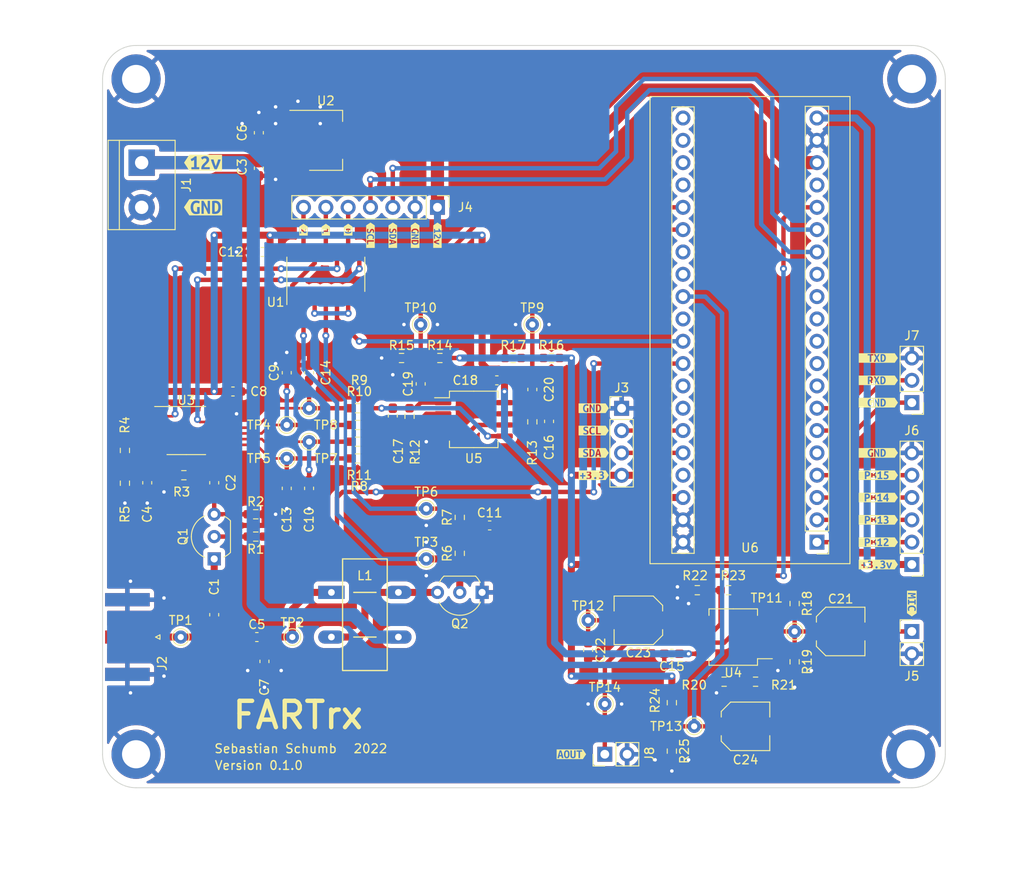
<source format=kicad_pcb>
(kicad_pcb (version 20211014) (generator pcbnew)

  (general
    (thickness 1.6)
  )

  (paper "A4")
  (title_block
    (comment 4 "AISLER Project ID: TRKRFPJH")
  )

  (layers
    (0 "F.Cu" signal)
    (31 "B.Cu" signal)
    (32 "B.Adhes" user "B.Adhesive")
    (33 "F.Adhes" user "F.Adhesive")
    (34 "B.Paste" user)
    (35 "F.Paste" user)
    (36 "B.SilkS" user "B.Silkscreen")
    (37 "F.SilkS" user "F.Silkscreen")
    (38 "B.Mask" user)
    (39 "F.Mask" user)
    (40 "Dwgs.User" user "User.Drawings")
    (41 "Cmts.User" user "User.Comments")
    (42 "Eco1.User" user "User.Eco1")
    (43 "Eco2.User" user "User.Eco2")
    (44 "Edge.Cuts" user)
    (45 "Margin" user)
    (46 "B.CrtYd" user "B.Courtyard")
    (47 "F.CrtYd" user "F.Courtyard")
    (48 "B.Fab" user)
    (49 "F.Fab" user)
    (50 "User.1" user)
    (51 "User.2" user)
    (52 "User.3" user)
    (53 "User.4" user)
    (54 "User.5" user)
    (55 "User.6" user)
    (56 "User.7" user)
    (57 "User.8" user)
    (58 "User.9" user)
  )

  (setup
    (stackup
      (layer "F.SilkS" (type "Top Silk Screen"))
      (layer "F.Paste" (type "Top Solder Paste"))
      (layer "F.Mask" (type "Top Solder Mask") (thickness 0.01))
      (layer "F.Cu" (type "copper") (thickness 0.035))
      (layer "dielectric 1" (type "core") (thickness 1.51) (material "FR4") (epsilon_r 4.5) (loss_tangent 0.02))
      (layer "B.Cu" (type "copper") (thickness 0.035))
      (layer "B.Mask" (type "Bottom Solder Mask") (thickness 0.01))
      (layer "B.Paste" (type "Bottom Solder Paste"))
      (layer "B.SilkS" (type "Bottom Silk Screen"))
      (copper_finish "None")
      (dielectric_constraints no)
    )
    (pad_to_mask_clearance 0)
    (pcbplotparams
      (layerselection 0x00010fc_ffffffff)
      (disableapertmacros false)
      (usegerberextensions false)
      (usegerberattributes true)
      (usegerberadvancedattributes true)
      (creategerberjobfile true)
      (svguseinch false)
      (svgprecision 6)
      (excludeedgelayer true)
      (plotframeref false)
      (viasonmask false)
      (mode 1)
      (useauxorigin false)
      (hpglpennumber 1)
      (hpglpenspeed 20)
      (hpglpendiameter 15.000000)
      (dxfpolygonmode true)
      (dxfimperialunits true)
      (dxfusepcbnewfont true)
      (psnegative false)
      (psa4output false)
      (plotreference true)
      (plotvalue true)
      (plotinvisibletext false)
      (sketchpadsonfab false)
      (subtractmaskfromsilk false)
      (outputformat 1)
      (mirror false)
      (drillshape 1)
      (scaleselection 1)
      (outputdirectory "")
    )
  )

  (net 0 "")
  (net 1 "Net-(C1-Pad2)")
  (net 2 "Net-(Q1-Pad2)")
  (net 3 "Net-(C2-Pad1)")
  (net 4 "GND")
  (net 5 "Net-(Q2-Pad2)")
  (net 6 "Net-(L1-Pad2)")
  (net 7 "RF")
  (net 8 "Net-(C5-Pad2)")
  (net 9 "Net-(C9-Pad1)")
  (net 10 "Net-(U3-Pad10)")
  (net 11 "Net-(R7-Pad2)")
  (net 12 "Net-(C10-Pad1)")
  (net 13 "Net-(C14-Pad1)")
  (net 14 "ADC_Q")
  (net 15 "ADC_I")
  (net 16 "Net-(C21-Pad1)")
  (net 17 "A_OUT")
  (net 18 "ADC_MIC")
  (net 19 "Net-(J8-Pad1)")
  (net 20 "CLK0")
  (net 21 "Net-(U1-Pad8)")
  (net 22 "CLK1")
  (net 23 "Net-(U1-Pad10)")
  (net 24 "BIAS_PWM")
  (net 25 "+5V")
  (net 26 "+12V")
  (net 27 "unconnected-(U3-Pad3)")
  (net 28 "unconnected-(U3-Pad4)")
  (net 29 "unconnected-(U3-Pad5)")
  (net 30 "unconnected-(U3-Pad6)")
  (net 31 "unconnected-(U3-Pad7)")
  (net 32 "Net-(C2-Pad2)")
  (net 33 "Net-(C24-Pad2)")
  (net 34 "Net-(R20-Pad1)")
  (net 35 "Net-(C23-Pad1)")
  (net 36 "Net-(R22-Pad1)")
  (net 37 "Net-(C17-Pad2)")
  (net 38 "Net-(R11-Pad2)")
  (net 39 "Net-(C17-Pad1)")
  (net 40 "SDA_PLL")
  (net 41 "SCL_PLL")
  (net 42 "RX_EN")
  (net 43 "unconnected-(U6-Pad11)")
  (net 44 "unconnected-(U6-Pad12)")
  (net 45 "SDA_DISP")
  (net 46 "SCL_DISP")
  (net 47 "unconnected-(U6-Pad21)")
  (net 48 "unconnected-(U6-Pad22)")
  (net 49 "unconnected-(U6-Pad30)")
  (net 50 "+3.3V")
  (net 51 "unconnected-(U6-Pad37)")
  (net 52 "Net-(J6-Pad3)")
  (net 53 "Net-(C16-Pad1)")
  (net 54 "Net-(R9-Pad2)")
  (net 55 "Net-(C16-Pad2)")
  (net 56 "Net-(C4-Pad1)")
  (net 57 "Net-(C11-Pad1)")
  (net 58 "Net-(C21-Pad2)")
  (net 59 "CLK2")
  (net 60 "Net-(J6-Pad2)")
  (net 61 "Net-(J6-Pad4)")
  (net 62 "Net-(J6-Pad5)")
  (net 63 "unconnected-(U6-Pad5)")
  (net 64 "unconnected-(U6-Pad34)")
  (net 65 "unconnected-(U6-Pad33)")
  (net 66 "unconnected-(U6-Pad8)")
  (net 67 "unconnected-(U6-Pad13)")
  (net 68 "unconnected-(U6-Pad9)")
  (net 69 "unconnected-(U6-Pad10)")
  (net 70 "unconnected-(U6-Pad28)")
  (net 71 "unconnected-(U6-Pad27)")
  (net 72 "unconnected-(U6-Pad24)")
  (net 73 "unconnected-(U6-Pad17)")
  (net 74 "unconnected-(U6-Pad23)")
  (net 75 "Net-(U1-Pad1)")
  (net 76 "Net-(U1-Pad3)")
  (net 77 "Net-(J7-Pad1)")
  (net 78 "Net-(J7-Pad2)")

  (footprint "MountingHole:MountingHole_3.2mm_M3_DIN965_Pad_TopBottom" (layer "F.Cu") (at 54.61 131.445))

  (footprint "Capacitor_SMD:C_0603_1608Metric_Pad1.08x0.95mm_HandSolder" (layer "F.Cu") (at 63.5 115.57 90))

  (footprint "TestPoint:TestPoint_THTPad_D1.5mm_Drill0.7mm" (layer "F.Cu") (at 118.11 128.27))

  (footprint "TestPoint:TestPoint_THTPad_D1.5mm_Drill0.7mm" (layer "F.Cu") (at 129.54 117.475))

  (footprint "Resistor_SMD:R_0603_1608Metric_Pad0.98x0.95mm_HandSolder" (layer "F.Cu") (at 79.815 92.075))

  (footprint "Capacitor_SMD:C_0603_1608Metric_Pad1.08x0.95mm_HandSolder" (layer "F.Cu") (at 69.215 120.8775 -90))

  (footprint "Resistor_SMD:R_0603_1608Metric_Pad0.98x0.95mm_HandSolder" (layer "F.Cu") (at 85.725 92.9875 90))

  (footprint "Resistor_SMD:R_0603_1608Metric_Pad0.98x0.95mm_HandSolder" (layer "F.Cu") (at 101.8775 86.36))

  (footprint "kibuzzard-63972C1C" (layer "F.Cu") (at 139.065 99.695))

  (footprint "Resistor_SMD:R_0603_1608Metric_Pad0.98x0.95mm_HandSolder" (layer "F.Cu") (at 129.54 114.3 -90))

  (footprint "Connector_PinHeader_2.54mm:PinHeader_1x07_P2.54mm_Vertical" (layer "F.Cu") (at 88.9 69.215 -90))

  (footprint "kibuzzard-63972ADE" (layer "F.Cu") (at 104.14 131.445))

  (footprint "kibuzzard-639729AB" (layer "F.Cu") (at 73.66 71.755 -90))

  (footprint "Resistor_SMD:R_0603_1608Metric_Pad0.98x0.95mm_HandSolder" (layer "F.Cu") (at 68.2225 104.14))

  (footprint "Package_SO:SO-8_5.3x6.2mm_P1.27mm" (layer "F.Cu") (at 93.0275 93.345))

  (footprint "Connector_Coaxial:SMA_Amphenol_132289_EdgeMount" (layer "F.Cu") (at 53.6225 118.11 180))

  (footprint "TestPoint:TestPoint_THTPad_D1.5mm_Drill0.7mm" (layer "F.Cu") (at 74.295 95.885))

  (footprint "Capacitor_SMD:C_0603_1608Metric_Pad1.08x0.95mm_HandSolder" (layer "F.Cu") (at 115.57 120.015 180))

  (footprint "MountingHole:MountingHole_3.2mm_M3_DIN965_Pad_TopBottom" (layer "F.Cu") (at 54.61 54.61))

  (footprint "kibuzzard-63972BCB" (layer "F.Cu") (at 139.065 97.155))

  (footprint "TestPoint:TestPoint_THTPad_D1.5mm_Drill0.7mm" (layer "F.Cu") (at 59.69 118.11))

  (footprint "kibuzzard-63972A34" (layer "F.Cu") (at 106.68 99.695))

  (footprint "kibuzzard-63972897" (layer "F.Cu") (at 62.23 64.135))

  (footprint "Capacitor_SMD:C_0603_1608Metric_Pad1.08x0.95mm_HandSolder" (layer "F.Cu") (at 74.295 88.0375 90))

  (footprint "Package_TO_SOT_THT:TO-92_Inline_Wide" (layer "F.Cu") (at 93.98 113.03 180))

  (footprint "Resistor_SMD:R_0603_1608Metric_Pad0.98x0.95mm_HandSolder" (layer "F.Cu") (at 53.34 100.6075 -90))

  (footprint "Capacitor_SMD:C_0603_1608Metric_Pad1.08x0.95mm_HandSolder" (layer "F.Cu") (at 68.58 64.77 -90))

  (footprint "Package_TO_SOT_THT:TO-92_Inline_Wide" (layer "F.Cu") (at 63.5 109.22 90))

  (footprint "Resistor_SMD:R_0603_1608Metric_Pad0.98x0.95mm_HandSolder" (layer "F.Cu") (at 79.815 97.79))

  (footprint "TestPoint:TestPoint_THTPad_D1.5mm_Drill0.7mm" (layer "F.Cu") (at 74.295 92.075))

  (footprint "Connector_PinHeader_2.54mm:PinHeader_1x06_P2.54mm_Vertical" (layer "F.Cu") (at 142.875 109.855 180))

  (footprint "kibuzzard-63972C14" (layer "F.Cu") (at 139.065 102.235))

  (footprint "TestPoint:TestPoint_THTPad_D1.5mm_Drill0.7mm" (layer "F.Cu") (at 87.63 103.505))

  (footprint "Connector_PinHeader_2.54mm:PinHeader_1x03_P2.54mm_Vertical" (layer "F.Cu") (at 142.875 91.44 180))

  (footprint "TestPoint:TestPoint_THTPad_D1.5mm_Drill0.7mm" (layer "F.Cu") (at 107.95 125.73))

  (footprint "kibuzzard-63972A59" (layer "F.Cu") (at 106.68 92.075))

  (footprint "Resistor_SMD:R_0603_1608Metric_Pad0.98x0.95mm_HandSolder" (layer "F.Cu") (at 115.57 131.0875 -90))

  (footprint "Capacitor_SMD:C_0603_1608Metric_Pad1.08x0.95mm_HandSolder" (layer "F.Cu") (at 63.5 100.5575 90))

  (footprint "Capacitor_SMD:C_0603_1608Metric_Pad1.08x0.95mm_HandSolder" (layer "F.Cu") (at 99.695 89.9425 90))

  (footprint "Resistor_SMD:R_0603_1608Metric_Pad0.98x0.95mm_HandSolder" (layer "F.Cu") (at 84.8125 86.36))

  (footprint "Resistor_SMD:R_0603_1608Metric_Pad0.98x0.95mm_HandSolder" (layer "F.Cu") (at 121.5155 123.19 180))

  (footprint "TestPoint:TestPoint_THTPad_D1.5mm_Drill0.7mm" (layer "F.Cu") (at 72.39 118.11))

  (footprint "TestPoint:TestPoint_THTPad_D1.5mm_Drill0.7mm" (layer "F.Cu") (at 86.995 82.55))

  (footprint "Resistor_SMD:R_0603_1608Metric_Pad0.98x0.95mm_HandSolder" (layer "F.Cu") (at 79.815 93.98))

  (footprint "Capacitor_SMD:C_0603_1608Metric_Pad1.08x0.95mm_HandSolder" (layer "F.Cu") (at 106.045 119.6075 -90))

  (footprint "Resistor_SMD:R_0603_1608Metric_Pad0.98x0.95mm_HandSolder" (layer "F.Cu") (at 122.0235 112.776 180))

  (footprint "kibuzzard-63972C01" (layer "F.Cu") (at 139.065 107.315))

  (footprint "kibuzzard-63972C0D" (layer "F.Cu") (at 139.065 104.775))

  (footprint "Capacitor_SMD:C_0603_1608Metric_Pad1.08x0.95mm_HandSolder" (layer "F.Cu") (at 94.8425 105.41))

  (footprint "Capacitor_SMD:C_0603_1608Metric_Pad1.08x0.95mm_HandSolder" (layer "F.Cu") (at 71.755 101.1925 -90))

  (footprint "TestPoint:TestPoint_THTPad_D1.5mm_Drill0.7mm" (layer "F.Cu") (at 99.695 82.55))

  (footprint "Package_SO:SO-8_5.3x6.2mm_P1.27mm" (layer "F.Cu") (at 122.555 118.11 180))

  (footprint "MountingHole:MountingHole_3.2mm_M3_DIN965_Pad_TopBottom" (layer "F.Cu") (at 142.748 131.445))

  (footprint "Package_SO:TSSOP-16_4.4x5mm_P0.65mm" (layer "F.Cu") (at 60.325 94.615))

  (footprint "Connector_PinHeader_2.54mm:PinHeader_1x02_P2.54mm_Vertical" (layer "F.Cu") (at 107.94 131.445 90))

  (footprint "kibuzzard-63972E7D" (layer "F.Cu") (at 139.065 91.44))

  (footprint "Resistor_SMD:R_0603_1608Metric_Pad0.98x0.95mm_HandSolder" (layer "F.Cu") (at 97.5125 86.36))

  (footprint "Capacitor_SMD:C_0603_1608Metric_Pad1.08x0.95mm_HandSolder" (layer "F.Cu") (at 68.58 60.7325 90))

  (footprint "Resistor_SMD:R_0603_1608Metric_Pad0.98x0.95mm_HandSolder" (layer "F.Cu") (at 125.095 123.19 180))

  (footprint "Capacitor_SMD:C_Elec_5x5.8" (layer "F.Cu")
    (tedit 5BC8D926) (tstamp 90d29924-27cf-4bdc-aa2c-cfb0163709be)
    (at 134.7775 117.475)
    (descr "SMD capacitor, aluminum electrolytic nonpolar, 5.0x5.8mm")
    (tags "capacitor electrolyic nonpolar")
    (property "Sheetfile" "fartrx.kicad_sch")
    (property "Sheetname" "")
    (path "/f8daa350-01af-4818-9687-b1a76402565c")
    (attr smd)
    (fp_text reference "C21" (at 0 -3.7) (layer "F.SilkS")
      (effects (font (size 1 1) (thick
... [1139265 chars truncated]
</source>
